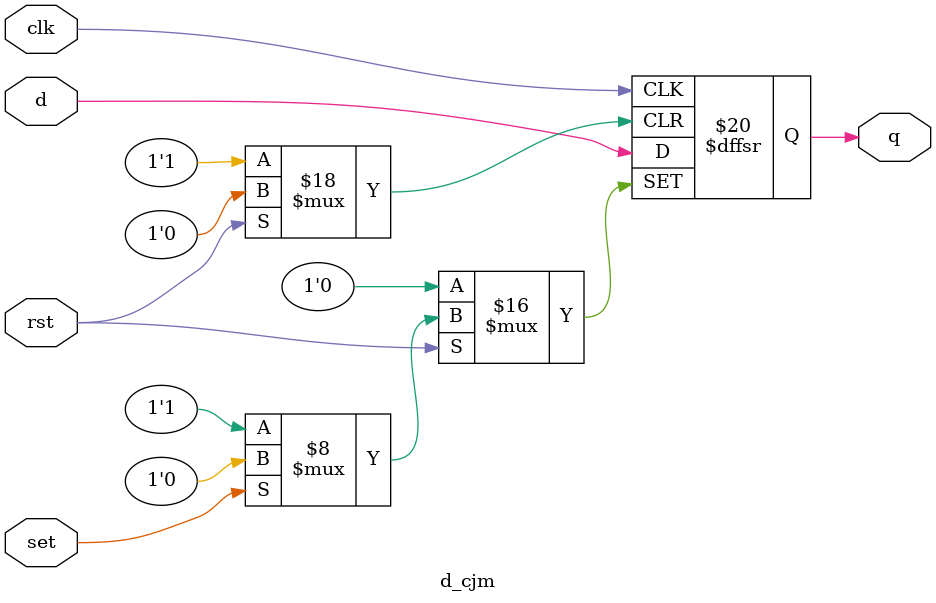
<source format=v>
`timescale 1ns / 1ps


module d_cjm(
    input clk,
    input d,
    input rst,
    input set,
    output q
    );
    reg q;
    always @ (posedge clk or negedge rst or negedge set)
    begin
      if (!rst)
        q <= 1'b0;
      else if (!set)
        q <= 1'b1;
      else 
        q <= d;
    end
endmodule

</source>
